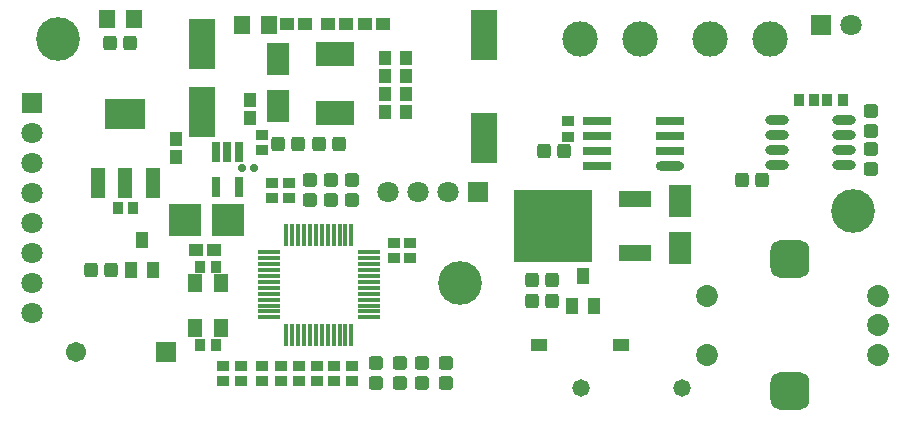
<source format=gts>
G04*
G04 #@! TF.GenerationSoftware,Altium Limited,Altium Designer,21.3.2 (30)*
G04*
G04 Layer_Color=8388736*
%FSTAX24Y24*%
%MOIN*%
G70*
G04*
G04 #@! TF.SameCoordinates,A4DC8701-BC22-4BCE-B91D-7DEF39426184*
G04*
G04*
G04 #@! TF.FilePolarity,Negative*
G04*
G01*
G75*
%ADD46R,0.0415X0.0356*%
%ADD47R,0.0552X0.0395*%
%ADD48R,0.0729X0.0178*%
%ADD49R,0.0178X0.0729*%
G04:AMPARAMS|DCode=50|XSize=47.4mil|YSize=43.4mil|CornerRadius=8.4mil|HoleSize=0mil|Usage=FLASHONLY|Rotation=270.000|XOffset=0mil|YOffset=0mil|HoleType=Round|Shape=RoundedRectangle|*
%AMROUNDEDRECTD50*
21,1,0.0474,0.0266,0,0,270.0*
21,1,0.0305,0.0434,0,0,270.0*
1,1,0.0169,-0.0133,-0.0153*
1,1,0.0169,-0.0133,0.0153*
1,1,0.0169,0.0133,0.0153*
1,1,0.0169,0.0133,-0.0153*
%
%ADD50ROUNDEDRECTD50*%
%ADD51R,0.0356X0.0415*%
%ADD52R,0.0867X0.1655*%
%ADD53R,0.0580X0.0630*%
%ADD54R,0.0454X0.0434*%
%ADD55R,0.0434X0.0454*%
%ADD56R,0.1300X0.0789*%
%ADD57R,0.0749X0.1064*%
%ADD58R,0.0867X0.1694*%
%ADD59R,0.0316X0.0671*%
%ADD60R,0.1064X0.1064*%
%ADD61C,0.0280*%
%ADD62R,0.0960X0.0310*%
%ADD63O,0.0960X0.0310*%
%ADD64R,0.0474X0.1025*%
%ADD65R,0.1379X0.1025*%
%ADD66R,0.2639X0.2442*%
%ADD67R,0.1064X0.0552*%
%ADD68R,0.0415X0.0552*%
%ADD69R,0.0474X0.0631*%
G04:AMPARAMS|DCode=70|XSize=47.4mil|YSize=43.4mil|CornerRadius=8.4mil|HoleSize=0mil|Usage=FLASHONLY|Rotation=180.000|XOffset=0mil|YOffset=0mil|HoleType=Round|Shape=RoundedRectangle|*
%AMROUNDEDRECTD70*
21,1,0.0474,0.0266,0,0,180.0*
21,1,0.0305,0.0434,0,0,180.0*
1,1,0.0169,-0.0153,0.0133*
1,1,0.0169,0.0153,0.0133*
1,1,0.0169,0.0153,-0.0133*
1,1,0.0169,-0.0153,-0.0133*
%
%ADD70ROUNDEDRECTD70*%
%ADD71O,0.0789X0.0316*%
%ADD72R,0.0710X0.0710*%
%ADD73C,0.0710*%
%ADD74C,0.1458*%
%ADD75C,0.1180*%
%ADD76R,0.0710X0.0710*%
G04:AMPARAMS|DCode=77|XSize=130mil|YSize=126.1mil|CornerRadius=33.5mil|HoleSize=0mil|Usage=FLASHONLY|Rotation=0.000|XOffset=0mil|YOffset=0mil|HoleType=Round|Shape=RoundedRectangle|*
%AMROUNDEDRECTD77*
21,1,0.1300,0.0591,0,0,0.0*
21,1,0.0630,0.1261,0,0,0.0*
1,1,0.0671,0.0315,-0.0295*
1,1,0.0671,-0.0315,-0.0295*
1,1,0.0671,-0.0315,0.0295*
1,1,0.0671,0.0315,0.0295*
%
%ADD77ROUNDEDRECTD77*%
%ADD78C,0.0730*%
%ADD79R,0.0671X0.0671*%
%ADD80C,0.0671*%
%ADD81C,0.0580*%
D46*
X0388Y010094D02*
D03*
Y010606D02*
D03*
X0379Y004506D02*
D03*
Y003994D02*
D03*
X0372Y004506D02*
D03*
Y003994D02*
D03*
X0366Y004506D02*
D03*
Y003994D02*
D03*
X0379Y012206D02*
D03*
Y011694D02*
D03*
X04285Y008094D02*
D03*
Y008606D02*
D03*
X0481Y012144D02*
D03*
Y012656D02*
D03*
X0423Y008094D02*
D03*
Y008606D02*
D03*
X03825Y010606D02*
D03*
Y010094D02*
D03*
X039137Y004506D02*
D03*
Y003994D02*
D03*
X0409Y004506D02*
D03*
Y003994D02*
D03*
X039725D02*
D03*
Y004506D02*
D03*
X03855Y003994D02*
D03*
Y004506D02*
D03*
X040312Y003994D02*
D03*
Y004506D02*
D03*
D47*
X049878Y0052D02*
D03*
X047122D02*
D03*
D48*
X038131Y008283D02*
D03*
Y008086D02*
D03*
Y007889D02*
D03*
Y007692D02*
D03*
Y007495D02*
D03*
Y007298D02*
D03*
Y007102D02*
D03*
Y006905D02*
D03*
Y006708D02*
D03*
Y006511D02*
D03*
Y006314D02*
D03*
Y006117D02*
D03*
X041469D02*
D03*
Y006314D02*
D03*
Y006511D02*
D03*
Y006708D02*
D03*
Y006905D02*
D03*
Y007102D02*
D03*
Y007298D02*
D03*
Y007495D02*
D03*
Y007692D02*
D03*
Y007889D02*
D03*
Y008086D02*
D03*
Y008283D02*
D03*
D49*
X038717Y005531D02*
D03*
X038914D02*
D03*
X039111D02*
D03*
X039308D02*
D03*
X039505D02*
D03*
X039702D02*
D03*
X039898D02*
D03*
X040095D02*
D03*
X040292D02*
D03*
X040489D02*
D03*
X040686D02*
D03*
X040883D02*
D03*
Y008868D02*
D03*
X040686D02*
D03*
X040489D02*
D03*
X040292D02*
D03*
X040095D02*
D03*
X039898D02*
D03*
X039702D02*
D03*
X039505D02*
D03*
X039308D02*
D03*
X039111D02*
D03*
X038914D02*
D03*
X038717D02*
D03*
D50*
X053915Y0107D02*
D03*
X054585D02*
D03*
X046915Y00665D02*
D03*
X047585D02*
D03*
X039802Y0119D02*
D03*
X040471D02*
D03*
X032852Y015253D02*
D03*
X033521D02*
D03*
X047985Y01165D02*
D03*
X047315D02*
D03*
X039121Y0119D02*
D03*
X038452D02*
D03*
X047585Y00735D02*
D03*
X046915D02*
D03*
X032885Y0077D02*
D03*
X032215D02*
D03*
D51*
X056306Y01335D02*
D03*
X055794D02*
D03*
X033606Y00975D02*
D03*
X033094D02*
D03*
X036356Y0078D02*
D03*
X035844D02*
D03*
Y0052D02*
D03*
X036356D02*
D03*
X056744Y01335D02*
D03*
X057256D02*
D03*
D52*
X0359Y015233D02*
D03*
Y01295D02*
D03*
D53*
X03725Y01585D02*
D03*
X03815D02*
D03*
X033636Y016053D02*
D03*
X032736D02*
D03*
D54*
X039345Y0159D02*
D03*
X038755D02*
D03*
X040695D02*
D03*
X040105D02*
D03*
X041945D02*
D03*
X041355D02*
D03*
X036295Y00835D02*
D03*
X035705D02*
D03*
D55*
X042Y013545D02*
D03*
Y012955D02*
D03*
X0427D02*
D03*
Y013545D02*
D03*
X042Y014745D02*
D03*
Y014155D02*
D03*
X0427Y014745D02*
D03*
Y014155D02*
D03*
X0375Y013345D02*
D03*
Y012755D02*
D03*
X03505Y011455D02*
D03*
Y012045D02*
D03*
D56*
X04035Y014884D02*
D03*
Y012916D02*
D03*
D57*
X03845Y013163D02*
D03*
Y014737D02*
D03*
X05185Y009987D02*
D03*
Y008413D02*
D03*
D58*
X0453Y015513D02*
D03*
Y012087D02*
D03*
D59*
X036376Y010459D02*
D03*
X037124D02*
D03*
X03675Y011641D02*
D03*
X036376D02*
D03*
X037124D02*
D03*
D60*
X035322Y00935D02*
D03*
X036778D02*
D03*
D61*
X037253Y0111D02*
D03*
X037647D02*
D03*
D62*
X049087Y012663D02*
D03*
X049087Y012163D02*
D03*
Y011663D02*
D03*
X049087Y011163D02*
D03*
X051513Y012663D02*
D03*
X051513Y012163D02*
D03*
Y011663D02*
D03*
D63*
X051513Y011163D02*
D03*
D64*
X032444Y010608D02*
D03*
X03335D02*
D03*
X034256D02*
D03*
D65*
X03335Y012892D02*
D03*
D66*
X047614Y00915D02*
D03*
D67*
X05035Y01005D02*
D03*
X05035Y00825D02*
D03*
D68*
X048602Y007492D02*
D03*
X04823Y00651D02*
D03*
X048988Y006508D02*
D03*
X034288Y007708D02*
D03*
X03353Y00771D02*
D03*
X033902Y008692D02*
D03*
D69*
X035667Y005752D02*
D03*
Y007248D02*
D03*
X036533Y005752D02*
D03*
Y007248D02*
D03*
D70*
X0395Y010685D02*
D03*
Y010015D02*
D03*
X0402Y010685D02*
D03*
Y010015D02*
D03*
X0409Y010685D02*
D03*
Y010015D02*
D03*
X0417Y003915D02*
D03*
Y004585D02*
D03*
X04325D02*
D03*
Y003915D02*
D03*
X0425Y004585D02*
D03*
Y003915D02*
D03*
X04405Y004585D02*
D03*
Y003915D02*
D03*
X0582Y011735D02*
D03*
Y011065D02*
D03*
Y012985D02*
D03*
Y012315D02*
D03*
D71*
X057312Y0112D02*
D03*
Y0117D02*
D03*
Y0122D02*
D03*
Y0127D02*
D03*
X055088Y0112D02*
D03*
Y0117D02*
D03*
Y0122D02*
D03*
Y0127D02*
D03*
D72*
X0451Y0103D02*
D03*
X05655Y01585D02*
D03*
D73*
X0441Y0103D02*
D03*
X0431D02*
D03*
X0421D02*
D03*
X05755Y01585D02*
D03*
X03025Y00625D02*
D03*
Y00725D02*
D03*
Y00825D02*
D03*
Y00925D02*
D03*
Y01025D02*
D03*
Y01125D02*
D03*
Y01225D02*
D03*
D74*
X0576Y00965D02*
D03*
X0445Y00725D02*
D03*
X0311Y0154D02*
D03*
D75*
X05285D02*
D03*
X05485D02*
D03*
X0485D02*
D03*
X0505D02*
D03*
D76*
X03025Y01325D02*
D03*
D77*
X0555Y008055D02*
D03*
Y003645D02*
D03*
D78*
X052744Y006834D02*
D03*
Y004866D02*
D03*
X058453Y006834D02*
D03*
Y00585D02*
D03*
Y004866D02*
D03*
D79*
X0347Y00495D02*
D03*
D80*
X0317Y004945D02*
D03*
D81*
X04855Y00375D02*
D03*
X0519D02*
D03*
M02*

</source>
